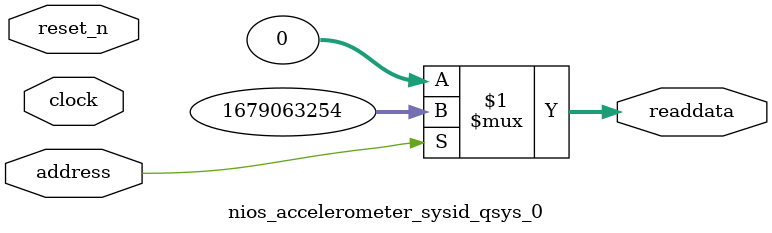
<source format=v>



// synthesis translate_off
`timescale 1ns / 1ps
// synthesis translate_on

// turn off superfluous verilog processor warnings 
// altera message_level Level1 
// altera message_off 10034 10035 10036 10037 10230 10240 10030 

module nios_accelerometer_sysid_qsys_0 (
               // inputs:
                address,
                clock,
                reset_n,

               // outputs:
                readdata
             )
;

  output  [ 31: 0] readdata;
  input            address;
  input            clock;
  input            reset_n;

  wire    [ 31: 0] readdata;
  //control_slave, which is an e_avalon_slave
  assign readdata = address ? 1679063254 : 0;

endmodule



</source>
